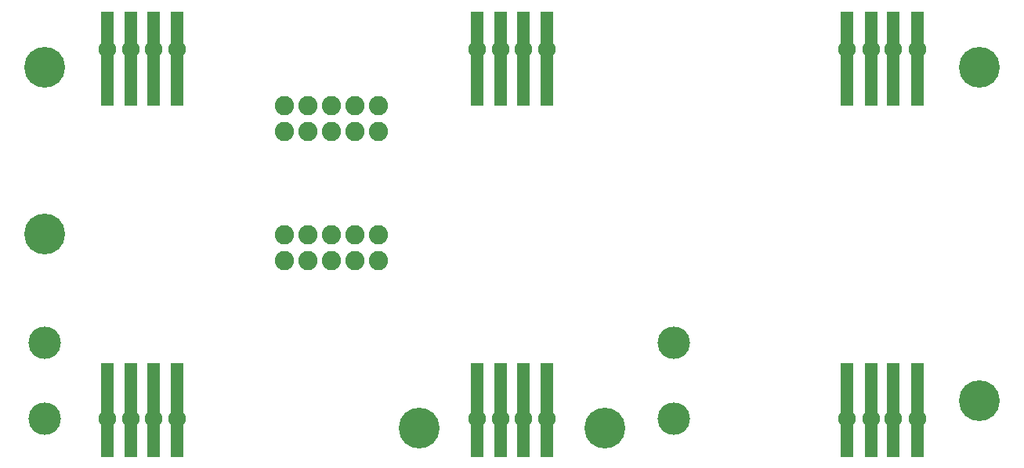
<source format=gts>
G75*
%MOIN*%
%OFA0B0*%
%FSLAX25Y25*%
%IPPOS*%
%LPD*%
%AMOC8*
5,1,8,0,0,1.08239X$1,22.5*
%
%ADD10C,0.17335*%
%ADD11C,0.08200*%
%ADD12C,0.13800*%
%ADD13R,0.05800X0.40170*%
%ADD14C,0.07493*%
D10*
X0188008Y0016748D03*
X0266748Y0016748D03*
X0426197Y0028559D03*
X0426197Y0170291D03*
X0028559Y0170291D03*
X0028559Y0099425D03*
D11*
X0130606Y0099020D03*
X0140606Y0099020D03*
X0150606Y0099020D03*
X0160606Y0099020D03*
X0170606Y0099020D03*
X0170606Y0088020D03*
X0160606Y0088020D03*
X0150606Y0088020D03*
X0140606Y0088020D03*
X0130606Y0088020D03*
X0130606Y0143138D03*
X0140606Y0143138D03*
X0150606Y0143138D03*
X0160606Y0143138D03*
X0170606Y0143138D03*
X0170606Y0154138D03*
X0160606Y0154138D03*
X0150606Y0154138D03*
X0140606Y0154138D03*
X0130606Y0154138D03*
D12*
X0028559Y0020685D03*
X0028559Y0053165D03*
X0296276Y0053165D03*
X0296276Y0020685D03*
D13*
X0242240Y0024622D03*
X0232201Y0024622D03*
X0222555Y0024622D03*
X0212516Y0024622D03*
X0084760Y0024622D03*
X0074720Y0024622D03*
X0065075Y0024622D03*
X0055035Y0024622D03*
X0369996Y0024622D03*
X0380035Y0024622D03*
X0389681Y0024622D03*
X0399720Y0024622D03*
X0399720Y0174228D03*
X0389681Y0174228D03*
X0380035Y0174228D03*
X0369996Y0174228D03*
X0242240Y0174228D03*
X0232201Y0174228D03*
X0222555Y0174228D03*
X0212516Y0174228D03*
X0084760Y0174228D03*
X0074720Y0174228D03*
X0065075Y0174228D03*
X0055035Y0174228D03*
D14*
X0055035Y0178165D03*
X0065075Y0178165D03*
X0074720Y0178165D03*
X0084760Y0178165D03*
X0212516Y0178165D03*
X0222555Y0178165D03*
X0232201Y0178165D03*
X0242240Y0178165D03*
X0369996Y0178165D03*
X0380035Y0178165D03*
X0389681Y0178165D03*
X0399720Y0178165D03*
X0399720Y0020685D03*
X0389681Y0020685D03*
X0380035Y0020685D03*
X0369996Y0020685D03*
X0242240Y0020685D03*
X0232201Y0020685D03*
X0222555Y0020685D03*
X0212516Y0020685D03*
X0084760Y0020685D03*
X0074720Y0020685D03*
X0065075Y0020685D03*
X0055035Y0020685D03*
M02*

</source>
